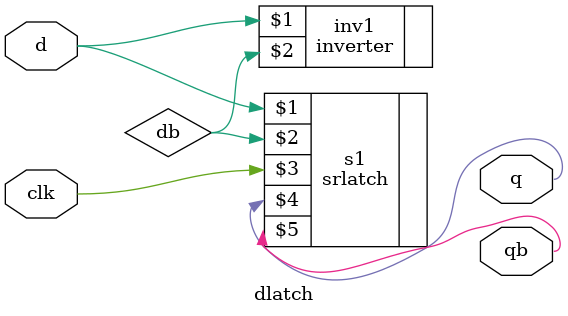
<source format=sv>
module dlatch(input d, clk, output q, qb);
wire db;
inverter inv1(d, db);
srlatch s1(d, db, clk, q, qb);
endmodule
</source>
